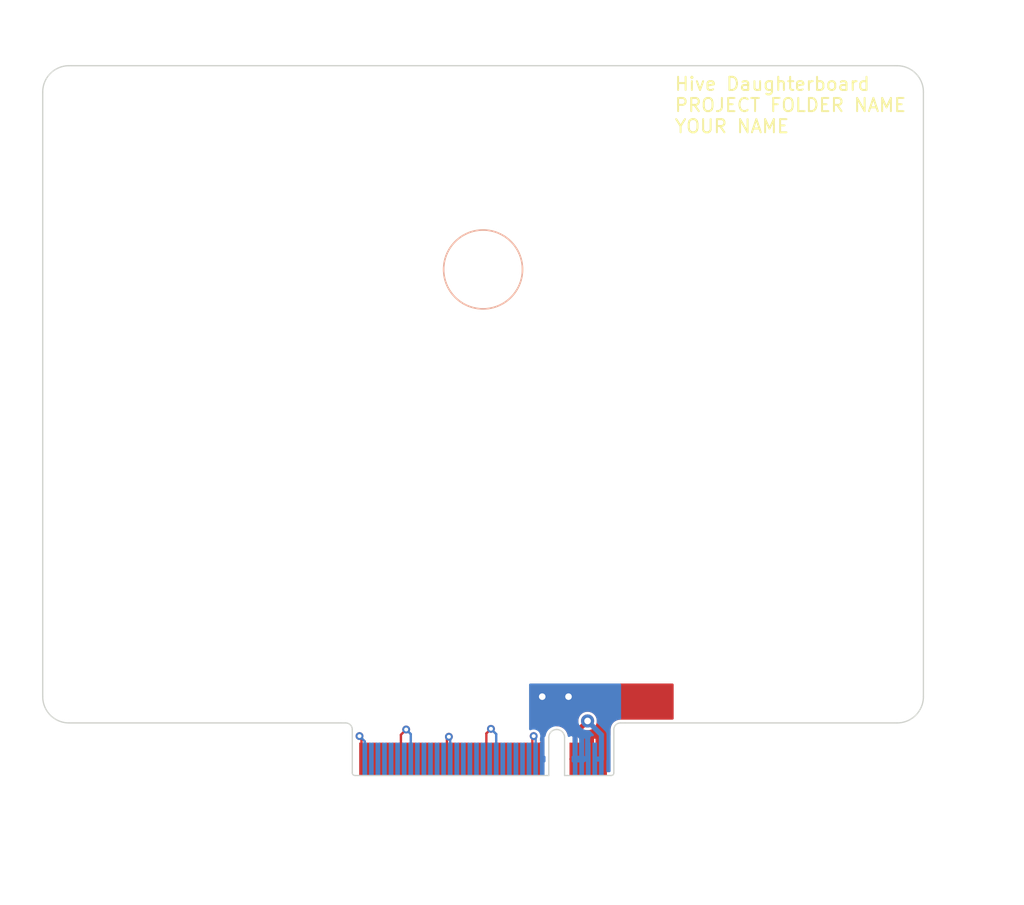
<source format=kicad_pcb>
(kicad_pcb (version 20171130) (host pcbnew "(5.1.5)-3")

  (general
    (thickness 0.8)
    (drawings 38)
    (tracks 65)
    (zones 0)
    (modules 2)
    (nets 48)
  )

  (page A4)
  (layers
    (0 F.Cu signal)
    (1 GND.Cu signal)
    (2 PWR_SIG.Cu signal)
    (31 B.Cu signal)
    (32 B.Adhes user)
    (33 F.Adhes user)
    (34 B.Paste user)
    (35 F.Paste user)
    (36 B.SilkS user)
    (37 F.SilkS user)
    (38 B.Mask user)
    (39 F.Mask user)
    (40 Dwgs.User user)
    (41 Cmts.User user)
    (42 Eco1.User user)
    (43 Eco2.User user)
    (44 Edge.Cuts user)
    (45 Margin user)
    (46 B.CrtYd user)
    (47 F.CrtYd user)
    (48 B.Fab user)
    (49 F.Fab user)
  )

  (setup
    (last_trace_width 0.25)
    (user_trace_width 0.18)
    (user_trace_width 0.386)
    (trace_clearance 0.2)
    (zone_clearance 0.2)
    (zone_45_only no)
    (trace_min 0.152)
    (via_size 0.8)
    (via_drill 0.3)
    (via_min_size 0.4)
    (via_min_drill 0.3)
    (user_via 0.6 0.3)
    (user_via 1 0.5)
    (uvia_size 0.4)
    (uvia_drill 0.3)
    (uvias_allowed no)
    (uvia_min_size 0.4)
    (uvia_min_drill 0.1)
    (edge_width 0.05)
    (segment_width 0.2)
    (pcb_text_width 0.3)
    (pcb_text_size 1.5 1.5)
    (mod_edge_width 0.12)
    (mod_text_size 1 1)
    (mod_text_width 0.15)
    (pad_size 1.524 1.524)
    (pad_drill 0.762)
    (pad_to_mask_clearance 0.051)
    (solder_mask_min_width 0.25)
    (aux_axis_origin 0 0)
    (grid_origin 115 127)
    (visible_elements 7FFFFFFF)
    (pcbplotparams
      (layerselection 0x010fc_ffffffff)
      (usegerberextensions false)
      (usegerberattributes false)
      (usegerberadvancedattributes false)
      (creategerberjobfile false)
      (excludeedgelayer true)
      (linewidth 0.100000)
      (plotframeref false)
      (viasonmask false)
      (mode 1)
      (useauxorigin false)
      (hpglpennumber 1)
      (hpglpenspeed 20)
      (hpglpendiameter 15.000000)
      (psnegative false)
      (psa4output false)
      (plotreference true)
      (plotvalue true)
      (plotinvisibletext false)
      (padsonsilk false)
      (subtractmaskfromsilk false)
      (outputformat 1)
      (mirror false)
      (drillshape 1)
      (scaleselection 1)
      (outputdirectory ""))
  )

  (net 0 "")
  (net 1 GND)
  (net 2 "/Target 2/UART_RxD2")
  (net 3 "/Target 2/UART_TxD2")
  (net 4 "/Target 2/GPIO2.3")
  (net 5 "/Target 2/GPIO2.2")
  (net 6 "/Target 2/GPIO2.1")
  (net 7 "/Target 2/GPIO2.0")
  (net 8 "/Target 2/TMS|SWDIO_2")
  (net 9 "/Target 2/TCK|SWDCLK_2")
  (net 10 "/Target 2/TDO|SWO_2")
  (net 11 "/Target 2/TDI|NC_2")
  (net 12 "/Target 2/RST_2")
  (net 13 "/Target 3/RST_3")
  (net 14 "/Target 3/TDI|NC_3")
  (net 15 "/Target 3/TDO|SWO_3")
  (net 16 "/Target 3/TCK|SWDCLK_3")
  (net 17 "/Target 3/TMS|SWDIO_3")
  (net 18 "/Target 3/GPIO3.0")
  (net 19 "/Target 3/GPIO3.1")
  (net 20 "/Target 3/GPIO3.2")
  (net 21 "/Target 3/GPIO3.3")
  (net 22 "/Target 3/UART_TxD3")
  (net 23 "/Target 3/UART_RxD3")
  (net 24 "/Target 1/GPIO1.2")
  (net 25 "/Target 1/GPIO1.1")
  (net 26 "/Target 1/TMS|SWDIO_1")
  (net 27 "/Target 1/TCK|SWDCLK_1")
  (net 28 "/Target 1/TDO|SWO_1")
  (net 29 "/Target 1/TDI|NC_1")
  (net 30 "/Target 1/RST_1")
  (net 31 "/Target 1/GPIO1.0")
  (net 32 "/Target 0/TCK|SWDCLK_0")
  (net 33 "/Target 0/TMS|SWDIO_0")
  (net 34 "/Target 0/GPIO0.1")
  (net 35 "/Target 0/GPIO0.2")
  (net 36 "/Target 0/GPIO0.3")
  (net 37 "/Target 0/UART_TxD0")
  (net 38 "/Target 0/UART_RxD0")
  (net 39 "/Target 0/GPIO0.0")
  (net 40 "/Target 0/TDO|SWO_0")
  (net 41 "/Target 0/TDI|NC_0")
  (net 42 "/Target 0/RST_0")
  (net 43 +3V3)
  (net 44 +5V)
  (net 45 "/Target 1/GPIO1.3")
  (net 46 "/Target 1/UART_TxD1")
  (net 47 "/Target 1/UART_RxD1")

  (net_class Default "This is the default net class."
    (clearance 0.2)
    (trace_width 0.25)
    (via_dia 0.8)
    (via_drill 0.3)
    (uvia_dia 0.4)
    (uvia_drill 0.3)
  )

  (net_class Power ""
    (clearance 0.3)
    (trace_width 0.386)
    (via_dia 1)
    (via_drill 0.5)
    (uvia_dia 0.4)
    (uvia_drill 0.3)
    (diff_pair_width 0.386)
    (diff_pair_gap 0.25)
  )

  (net_class Signal ""
    (clearance 0.18)
    (trace_width 0.18)
    (via_dia 0.6)
    (via_drill 0.3)
    (uvia_dia 0.4)
    (uvia_drill 0.3)
    (diff_pair_width 0.18)
    (diff_pair_gap 0.54)
    (add_net +3V3)
    (add_net +5V)
    (add_net "/Target 0/GPIO0.0")
    (add_net "/Target 0/GPIO0.1")
    (add_net "/Target 0/GPIO0.2")
    (add_net "/Target 0/GPIO0.3")
    (add_net "/Target 0/RST_0")
    (add_net "/Target 0/TCK|SWDCLK_0")
    (add_net "/Target 0/TDI|NC_0")
    (add_net "/Target 0/TDO|SWO_0")
    (add_net "/Target 0/TMS|SWDIO_0")
    (add_net "/Target 0/UART_RxD0")
    (add_net "/Target 0/UART_TxD0")
    (add_net "/Target 1/GPIO1.0")
    (add_net "/Target 1/GPIO1.1")
    (add_net "/Target 1/GPIO1.2")
    (add_net "/Target 1/GPIO1.3")
    (add_net "/Target 1/RST_1")
    (add_net "/Target 1/TCK|SWDCLK_1")
    (add_net "/Target 1/TDI|NC_1")
    (add_net "/Target 1/TDO|SWO_1")
    (add_net "/Target 1/TMS|SWDIO_1")
    (add_net "/Target 1/UART_RxD1")
    (add_net "/Target 1/UART_TxD1")
    (add_net "/Target 2/GPIO2.0")
    (add_net "/Target 2/GPIO2.1")
    (add_net "/Target 2/GPIO2.2")
    (add_net "/Target 2/GPIO2.3")
    (add_net "/Target 2/RST_2")
    (add_net "/Target 2/TCK|SWDCLK_2")
    (add_net "/Target 2/TDI|NC_2")
    (add_net "/Target 2/TDO|SWO_2")
    (add_net "/Target 2/TMS|SWDIO_2")
    (add_net "/Target 2/UART_RxD2")
    (add_net "/Target 2/UART_TxD2")
    (add_net "/Target 3/GPIO3.0")
    (add_net "/Target 3/GPIO3.1")
    (add_net "/Target 3/GPIO3.2")
    (add_net "/Target 3/GPIO3.3")
    (add_net "/Target 3/RST_3")
    (add_net "/Target 3/TCK|SWDCLK_3")
    (add_net "/Target 3/TDI|NC_3")
    (add_net "/Target 3/TDO|SWO_3")
    (add_net "/Target 3/TMS|SWDIO_3")
    (add_net "/Target 3/UART_RxD3")
    (add_net "/Target 3/UART_TxD3")
    (add_net GND)
  )

  (module MountingHole:MountingHole_2.7mm_M2.5 (layer F.Cu) (tedit 56D1B4CB) (tstamp 6182D869)
    (at 148.5 92.5)
    (descr "Mounting Hole 2.7mm, no annular, M2.5")
    (tags "mounting hole 2.7mm no annular m2.5")
    (path /61832037)
    (attr virtual)
    (fp_text reference H1 (at 0 -3.7) (layer F.SilkS) hide
      (effects (font (size 1 1) (thickness 0.15)))
    )
    (fp_text value MountingHoleDaughterboard (at 0 3.7) (layer F.Fab) hide
      (effects (font (size 1 1) (thickness 0.15)))
    )
    (fp_circle (center 0 0) (end 2.95 0) (layer F.CrtYd) (width 0.05))
    (fp_circle (center 0 0) (end 2.7 0) (layer Cmts.User) (width 0.15))
    (fp_text user %R (at 0.3 0) (layer F.Fab)
      (effects (font (size 1 1) (thickness 0.15)))
    )
    (pad 1 np_thru_hole circle (at 0 0) (size 2.7 2.7) (drill 2.7) (layers *.Cu *.Mask))
  )

  (module hive:m2_keyB (layer F.Cu) (tedit 617EA6AA) (tstamp 617F13D5)
    (at 148.5 131)
    (path /6181B4AF)
    (fp_text reference J1 (at 0 0) (layer F.SilkS) hide
      (effects (font (size 1.27 1.27) (thickness 0.15)))
    )
    (fp_text value m2_keyA_67pin_daughterboard (at 0 0) (layer F.SilkS) hide
      (effects (font (size 1.27 1.27) (thickness 0.15)))
    )
    (fp_line (start 9.95 -0.2) (end 9.95 -3.5) (layer B.Fab) (width 0.1))
    (fp_line (start 10.45 -4) (end 10.8 -4) (layer B.Fab) (width 0.1))
    (fp_line (start 6.2 0) (end 9.75 0) (layer B.Fab) (width 0.1))
    (fp_line (start -9.75 0) (end 5 0) (layer B.Fab) (width 0.1))
    (fp_arc (start 9.75 -0.2) (end 9.75 0) (angle -90) (layer B.Fab) (width 0.1))
    (fp_arc (start -10.45 -3.5) (end -10.45 -4) (angle 90) (layer B.Fab) (width 0.1))
    (fp_arc (start 5.6 -2.9) (end 5.6 -3.5) (angle -90) (layer B.Fab) (width 0.1))
    (fp_arc (start 5.6 -2.9) (end 5.6 -3.5) (angle 90) (layer B.Fab) (width 0.1))
    (fp_line (start 6.2 -2.9) (end 6.2 0) (layer B.Fab) (width 0.1))
    (fp_line (start -9.95 -3.5) (end -9.95 -0.2) (layer B.Fab) (width 0.1))
    (fp_arc (start -9.75 -0.2) (end -9.95 -0.2) (angle -90) (layer B.Fab) (width 0.1))
    (fp_arc (start 10.45 -3.5) (end 9.95 -3.5) (angle 90) (layer B.Fab) (width 0.1))
    (fp_line (start 5 -2.9) (end 5 0) (layer B.Fab) (width 0.1))
    (fp_line (start -10.8 -4) (end -10.45 -4) (layer B.Fab) (width 0.1))
    (fp_line (start -9.95 -3.5) (end -9.95 -0.2) (layer F.Fab) (width 0.1))
    (fp_arc (start -9.75 -0.2) (end -9.95 -0.2) (angle -90) (layer F.Fab) (width 0.1))
    (fp_line (start -9.75 0) (end 5 0) (layer F.Fab) (width 0.1))
    (fp_line (start 5 -2.9) (end 5 0) (layer F.Fab) (width 0.1))
    (fp_line (start 6.2 0) (end 9.75 0) (layer F.Fab) (width 0.1))
    (fp_arc (start 5.6 -2.9) (end 5.6 -3.5) (angle -90) (layer F.Fab) (width 0.1))
    (fp_arc (start -10.45 -3.5) (end -10.45 -4) (angle 90) (layer F.Fab) (width 0.1))
    (fp_arc (start 10.45 -3.5) (end 9.95 -3.5) (angle 90) (layer F.Fab) (width 0.1))
    (fp_line (start -10.8 -4) (end -10.45 -4) (layer F.Fab) (width 0.1))
    (fp_arc (start 9.75 -0.2) (end 9.75 0) (angle -90) (layer F.Fab) (width 0.1))
    (fp_line (start 6.2 -2.9) (end 6.2 0) (layer F.Fab) (width 0.1))
    (fp_line (start 10.45 -4) (end 10.8 -4) (layer F.Fab) (width 0.1))
    (fp_line (start 9.95 -0.2) (end 9.95 -3.5) (layer F.Fab) (width 0.1))
    (fp_arc (start 5.6 -2.9) (end 5.6 -3.5) (angle 90) (layer F.Fab) (width 0.1))
    (fp_line (start 6.2 -2.9) (end 6.2 0) (layer Edge.Cuts) (width 0.1))
    (fp_arc (start 5.6 -2.9) (end 5.6 -3.5) (angle 90) (layer Edge.Cuts) (width 0.1))
    (fp_line (start 5 -2.9) (end 5 0) (layer Edge.Cuts) (width 0.1))
    (fp_arc (start 5.6 -2.9) (end 5.6 -3.5) (angle -90) (layer Edge.Cuts) (width 0.1))
    (fp_arc (start 10.45 -3.5) (end 9.95 -3.5) (angle 90) (layer Edge.Cuts) (width 0.1))
    (fp_arc (start -10.45 -3.5) (end -10.45 -4) (angle 90) (layer Edge.Cuts) (width 0.1))
    (fp_line (start -10.8 -4) (end -10.45 -4) (layer Edge.Cuts) (width 0.1))
    (fp_line (start 10.45 -4) (end 10.8 -4) (layer Edge.Cuts) (width 0.1))
    (fp_line (start 9.95 -0.2) (end 9.95 -3.5) (layer Edge.Cuts) (width 0.1))
    (fp_arc (start 9.75 -0.2) (end 9.75 0) (angle -90) (layer Edge.Cuts) (width 0.1))
    (fp_line (start 6.2 0) (end 9.75 0) (layer Edge.Cuts) (width 0.1))
    (fp_line (start -9.75 0) (end 5 0) (layer Edge.Cuts) (width 0.1))
    (fp_arc (start -9.75 -0.2) (end -9.95 -0.2) (angle -90) (layer Edge.Cuts) (width 0.1))
    (fp_line (start -9.95 -3.5) (end -9.95 -0.2) (layer Edge.Cuts) (width 0.1))
    (pad 75 smd rect (at -9.25 -1.25) (size 0.35 2.5) (layers F.Cu F.Paste F.Mask)
      (net 1 GND) (solder_mask_margin 0.1016))
    (pad 74 smd rect (at -9 -1.25) (size 0.35 2.5) (layers B.Cu B.Paste B.Mask)
      (net 1 GND) (solder_mask_margin 0.1016))
    (pad 73 smd rect (at -8.75 -1.25) (size 0.35 2.5) (layers F.Cu F.Paste F.Mask)
      (net 42 "/Target 0/RST_0") (solder_mask_margin 0.1016))
    (pad 72 smd rect (at -8.5 -1.25) (size 0.35 2.5) (layers B.Cu B.Paste B.Mask)
      (net 47 "/Target 1/UART_RxD1") (solder_mask_margin 0.1016))
    (pad 71 smd rect (at -8.25 -1.25) (size 0.35 2.5) (layers F.Cu F.Paste F.Mask)
      (net 41 "/Target 0/TDI|NC_0") (solder_mask_margin 0.1016))
    (pad 70 smd rect (at -8 -1.25) (size 0.35 2.5) (layers B.Cu B.Paste B.Mask)
      (net 46 "/Target 1/UART_TxD1") (solder_mask_margin 0.1016))
    (pad 69 smd rect (at -7.75 -1.25) (size 0.35 2.5) (layers F.Cu F.Paste F.Mask)
      (net 40 "/Target 0/TDO|SWO_0") (solder_mask_margin 0.1016))
    (pad 68 smd rect (at -7.5 -1.25) (size 0.35 2.5) (layers B.Cu B.Paste B.Mask)
      (net 45 "/Target 1/GPIO1.3") (solder_mask_margin 0.1016))
    (pad 67 smd rect (at -7.25 -1.25) (size 0.35 2.5) (layers F.Cu F.Paste F.Mask)
      (net 32 "/Target 0/TCK|SWDCLK_0") (solder_mask_margin 0.1016))
    (pad 66 smd rect (at -7 -1.25) (size 0.35 2.5) (layers B.Cu B.Paste B.Mask)
      (net 24 "/Target 1/GPIO1.2") (solder_mask_margin 0.1016))
    (pad 65 smd rect (at -6.75 -1.25) (size 0.35 2.5) (layers F.Cu F.Paste F.Mask)
      (net 33 "/Target 0/TMS|SWDIO_0") (solder_mask_margin 0.1016))
    (pad 64 smd rect (at -6.5 -1.25) (size 0.35 2.5) (layers B.Cu B.Paste B.Mask)
      (net 25 "/Target 1/GPIO1.1") (solder_mask_margin 0.1016))
    (pad 63 smd rect (at -6.25 -1.25) (size 0.35 2.5) (layers F.Cu F.Paste F.Mask)
      (net 1 GND) (solder_mask_margin 0.1016))
    (pad 62 smd rect (at -6 -1.25) (size 0.35 2.5) (layers B.Cu B.Paste B.Mask)
      (net 31 "/Target 1/GPIO1.0") (solder_mask_margin 0.1016))
    (pad 61 smd rect (at -5.75 -1.25) (size 0.35 2.5) (layers F.Cu F.Paste F.Mask)
      (net 39 "/Target 0/GPIO0.0") (solder_mask_margin 0.1016))
    (pad 60 smd rect (at -5.5 -1.25) (size 0.35 2.5) (layers B.Cu B.Paste B.Mask)
      (net 1 GND) (solder_mask_margin 0.1016))
    (pad 59 smd rect (at -5.25 -1.25) (size 0.35 2.5) (layers F.Cu F.Paste F.Mask)
      (net 34 "/Target 0/GPIO0.1") (solder_mask_margin 0.1016))
    (pad 58 smd rect (at -5 -1.25) (size 0.35 2.5) (layers B.Cu B.Paste B.Mask)
      (net 26 "/Target 1/TMS|SWDIO_1") (solder_mask_margin 0.1016))
    (pad 57 smd rect (at -4.75 -1.25) (size 0.35 2.5) (layers F.Cu F.Paste F.Mask)
      (net 35 "/Target 0/GPIO0.2") (solder_mask_margin 0.1016))
    (pad 56 smd rect (at -4.5 -1.25) (size 0.35 2.5) (layers B.Cu B.Paste B.Mask)
      (net 27 "/Target 1/TCK|SWDCLK_1") (solder_mask_margin 0.1016))
    (pad 55 smd rect (at -4.25 -1.25) (size 0.35 2.5) (layers F.Cu F.Paste F.Mask)
      (net 36 "/Target 0/GPIO0.3") (solder_mask_margin 0.1016))
    (pad 54 smd rect (at -4 -1.25) (size 0.35 2.5) (layers B.Cu B.Paste B.Mask)
      (net 28 "/Target 1/TDO|SWO_1") (solder_mask_margin 0.1016))
    (pad 53 smd rect (at -3.75 -1.25) (size 0.35 2.5) (layers F.Cu F.Paste F.Mask)
      (net 37 "/Target 0/UART_TxD0") (solder_mask_margin 0.1016))
    (pad 52 smd rect (at -3.5 -1.25) (size 0.35 2.5) (layers B.Cu B.Paste B.Mask)
      (net 29 "/Target 1/TDI|NC_1") (solder_mask_margin 0.1016))
    (pad 51 smd rect (at -3.25 -1.25) (size 0.35 2.5) (layers F.Cu F.Paste F.Mask)
      (net 38 "/Target 0/UART_RxD0") (solder_mask_margin 0.1016))
    (pad 50 smd rect (at -3 -1.25) (size 0.35 2.5) (layers B.Cu B.Paste B.Mask)
      (net 30 "/Target 1/RST_1") (solder_mask_margin 0.1016))
    (pad 49 smd rect (at -2.75 -1.25) (size 0.35 2.5) (layers F.Cu F.Paste F.Mask)
      (net 1 GND) (solder_mask_margin 0.1016))
    (pad 48 smd rect (at -2.5 -1.25) (size 0.35 2.5) (layers B.Cu B.Paste B.Mask)
      (net 1 GND) (solder_mask_margin 0.1016))
    (pad 47 smd rect (at -2.25 -1.25) (size 0.35 2.5) (layers F.Cu F.Paste F.Mask)
      (net 12 "/Target 2/RST_2") (solder_mask_margin 0.1016))
    (pad 46 smd rect (at -2 -1.25) (size 0.35 2.5) (layers B.Cu B.Paste B.Mask)
      (net 23 "/Target 3/UART_RxD3") (solder_mask_margin 0.1016))
    (pad 45 smd rect (at -1.75 -1.25) (size 0.35 2.5) (layers F.Cu F.Paste F.Mask)
      (net 11 "/Target 2/TDI|NC_2") (solder_mask_margin 0.1016))
    (pad 44 smd rect (at -1.5 -1.25) (size 0.35 2.5) (layers B.Cu B.Paste B.Mask)
      (net 22 "/Target 3/UART_TxD3") (solder_mask_margin 0.1016))
    (pad 43 smd rect (at -1.25 -1.25) (size 0.35 2.5) (layers F.Cu F.Paste F.Mask)
      (net 10 "/Target 2/TDO|SWO_2") (solder_mask_margin 0.1016))
    (pad 42 smd rect (at -1 -1.25) (size 0.35 2.5) (layers B.Cu B.Paste B.Mask)
      (net 21 "/Target 3/GPIO3.3") (solder_mask_margin 0.1016))
    (pad 41 smd rect (at -0.75 -1.25) (size 0.35 2.5) (layers F.Cu F.Paste F.Mask)
      (net 9 "/Target 2/TCK|SWDCLK_2") (solder_mask_margin 0.1016))
    (pad 40 smd rect (at -0.5 -1.25) (size 0.35 2.5) (layers B.Cu B.Paste B.Mask)
      (net 20 "/Target 3/GPIO3.2") (solder_mask_margin 0.1016))
    (pad 39 smd rect (at -0.25 -1.25) (size 0.35 2.5) (layers F.Cu F.Paste F.Mask)
      (net 8 "/Target 2/TMS|SWDIO_2") (solder_mask_margin 0.1016))
    (pad 38 smd rect (at 0 -1.25) (size 0.35 2.5) (layers B.Cu B.Paste B.Mask)
      (net 19 "/Target 3/GPIO3.1") (solder_mask_margin 0.1016))
    (pad 37 smd rect (at 0.25 -1.25) (size 0.35 2.5) (layers F.Cu F.Paste F.Mask)
      (net 1 GND) (solder_mask_margin 0.1016))
    (pad 36 smd rect (at 0.5 -1.25) (size 0.35 2.5) (layers B.Cu B.Paste B.Mask)
      (net 18 "/Target 3/GPIO3.0") (solder_mask_margin 0.1016))
    (pad 35 smd rect (at 0.75 -1.25) (size 0.35 2.5) (layers F.Cu F.Paste F.Mask)
      (net 7 "/Target 2/GPIO2.0") (solder_mask_margin 0.1016))
    (pad 34 smd rect (at 1 -1.25) (size 0.35 2.5) (layers B.Cu B.Paste B.Mask)
      (net 1 GND) (solder_mask_margin 0.1016))
    (pad 33 smd rect (at 1.25 -1.25) (size 0.35 2.5) (layers F.Cu F.Paste F.Mask)
      (net 6 "/Target 2/GPIO2.1") (solder_mask_margin 0.1016))
    (pad 32 smd rect (at 1.5 -1.25) (size 0.35 2.5) (layers B.Cu B.Paste B.Mask)
      (net 17 "/Target 3/TMS|SWDIO_3") (solder_mask_margin 0.1016))
    (pad 31 smd rect (at 1.75 -1.25) (size 0.35 2.5) (layers F.Cu F.Paste F.Mask)
      (net 5 "/Target 2/GPIO2.2") (solder_mask_margin 0.1016))
    (pad 30 smd rect (at 2 -1.25) (size 0.35 2.5) (layers B.Cu B.Paste B.Mask)
      (net 16 "/Target 3/TCK|SWDCLK_3") (solder_mask_margin 0.1016))
    (pad 29 smd rect (at 2.25 -1.25) (size 0.35 2.5) (layers F.Cu F.Paste F.Mask)
      (net 4 "/Target 2/GPIO2.3") (solder_mask_margin 0.1016))
    (pad 28 smd rect (at 2.5 -1.25) (size 0.35 2.5) (layers B.Cu B.Paste B.Mask)
      (net 15 "/Target 3/TDO|SWO_3") (solder_mask_margin 0.1016))
    (pad 27 smd rect (at 2.75 -1.25) (size 0.35 2.5) (layers F.Cu F.Paste F.Mask)
      (net 3 "/Target 2/UART_TxD2") (solder_mask_margin 0.1016))
    (pad 26 smd rect (at 3 -1.25) (size 0.35 2.5) (layers B.Cu B.Paste B.Mask)
      (net 14 "/Target 3/TDI|NC_3") (solder_mask_margin 0.1016))
    (pad 25 smd rect (at 3.25 -1.25) (size 0.35 2.5) (layers F.Cu F.Paste F.Mask)
      (net 2 "/Target 2/UART_RxD2") (solder_mask_margin 0.1016))
    (pad 24 smd rect (at 3.5 -1.25) (size 0.35 2.5) (layers B.Cu B.Paste B.Mask)
      (net 13 "/Target 3/RST_3") (solder_mask_margin 0.1016))
    (pad 23 smd rect (at 3.75 -1.25) (size 0.35 2.5) (layers F.Cu F.Paste F.Mask)
      (net 1 GND) (solder_mask_margin 0.1016))
    (pad 22 smd rect (at 4 -1.25) (size 0.35 2.5) (layers B.Cu B.Paste B.Mask)
      (net 1 GND) (solder_mask_margin 0.1016))
    (pad 21 smd rect (at 4.25 -1.25) (size 0.35 2.5) (layers F.Cu F.Paste F.Mask)
      (net 43 +3V3) (solder_mask_margin 0.1016))
    (pad 20 smd rect (at 4.5 -1.25) (size 0.35 2.5) (layers B.Cu B.Paste B.Mask)
      (net 43 +3V3) (solder_mask_margin 0.1016))
    (pad 11 smd rect (at 6.75 -1.25) (size 0.35 2.5) (layers F.Cu F.Paste F.Mask)
      (net 1 GND) (solder_mask_margin 0.1016))
    (pad 10 smd rect (at 7 -1.25) (size 0.35 2.5) (layers B.Cu B.Paste B.Mask)
      (net 43 +3V3) (solder_mask_margin 0.1016))
    (pad 9 smd rect (at 7.25 -1.25) (size 0.35 2.5) (layers F.Cu F.Paste F.Mask)
      (net 1 GND) (solder_mask_margin 0.1016))
    (pad 8 smd rect (at 7.5 -1.25) (size 0.35 2.5) (layers B.Cu B.Paste B.Mask)
      (net 43 +3V3) (solder_mask_margin 0.1016))
    (pad 7 smd rect (at 7.75 -1.25) (size 0.35 2.5) (layers F.Cu F.Paste F.Mask)
      (net 44 +5V) (solder_mask_margin 0.1016))
    (pad 6 smd rect (at 8 -1.25) (size 0.35 2.5) (layers B.Cu B.Paste B.Mask)
      (net 43 +3V3) (solder_mask_margin 0.1016))
    (pad 5 smd rect (at 8.25 -1.25) (size 0.35 2.5) (layers F.Cu F.Paste F.Mask)
      (net 44 +5V) (solder_mask_margin 0.1016))
    (pad 4 smd rect (at 8.5 -1.25) (size 0.35 2.5) (layers B.Cu B.Paste B.Mask)
      (net 1 GND) (solder_mask_margin 0.1016))
    (pad 3 smd rect (at 8.75 -1.25) (size 0.35 2.5) (layers F.Cu F.Paste F.Mask)
      (net 44 +5V) (solder_mask_margin 0.1016))
    (pad 2 smd rect (at 9 -1.25) (size 0.35 2.5) (layers B.Cu B.Paste B.Mask)
      (net 1 GND) (solder_mask_margin 0.1016))
    (pad 1 smd rect (at 9.25 -1.25) (size 0.35 2.5) (layers F.Cu F.Paste F.Mask)
      (net 44 +5V) (solder_mask_margin 0.1016))
  )

  (gr_text "Do not place any components inside the filled zone!\nZone will be obscured by magnet" (at 149 86) (layer Cmts.User) (tstamp 617F1A3F)
    (effects (font (size 1 1) (thickness 0.15)))
  )
  (gr_poly (pts (xy 153 97) (xy 144 97) (xy 144 88) (xy 153 88)) (layer Cmts.User) (width 0.1))
  (gr_circle (center 148.5 92.5) (end 151.5 92.5) (layer B.SilkS) (width 0.12) (tstamp 617F1A35))
  (gr_circle (center 148.5 92.5) (end 148.5 89.5) (layer F.SilkS) (width 0.12))
  (gr_line (start 112 97) (end 112 128) (layer Cmts.User) (width 0.5) (tstamp 617F1A29))
  (gr_line (start 185 97) (end 185 128) (layer Cmts.User) (width 0.5) (tstamp 617F1A25))
  (dimension 50 (width 0.15) (layer F.Fab)
    (gr_text "50.000 mm" (at 188.3 102 90) (layer F.Fab)
      (effects (font (size 1 1) (thickness 0.15)))
    )
    (feature1 (pts (xy 180 77) (xy 187.586421 77)))
    (feature2 (pts (xy 180 127) (xy 187.586421 127)))
    (crossbar (pts (xy 187 127) (xy 187 77)))
    (arrow1a (pts (xy 187 77) (xy 187.586421 78.126504)))
    (arrow1b (pts (xy 187 77) (xy 186.413579 78.126504)))
    (arrow2a (pts (xy 187 127) (xy 187.586421 125.873496)))
    (arrow2b (pts (xy 187 127) (xy 186.413579 125.873496)))
  )
  (gr_text "PCB Thickness 0.8mm" (at 149 140) (layer Cmts.User)
    (effects (font (size 1 1) (thickness 0.15)))
  )
  (gr_poly (pts (xy 159 132) (xy 138 132) (xy 138 127) (xy 159 127)) (layer Cmts.User) (width 0.1))
  (gr_line (start 117 127) (end 137.7 127) (layer Edge.Cuts) (width 0.1) (tstamp 617F159F))
  (gr_line (start 159.3 127) (end 180 127) (layer Edge.Cuts) (width 0.1) (tstamp 617F159D))
  (dimension 67 (width 0.15) (layer F.Fab)
    (gr_text "67.000 mm" (at 148.5 72.700001) (layer F.Fab)
      (effects (font (size 1 1) (thickness 0.15)))
    )
    (feature1 (pts (xy 115 79) (xy 115 73.41358)))
    (feature2 (pts (xy 182 79) (xy 182 73.41358)))
    (crossbar (pts (xy 182 74.000001) (xy 115 74.000001)))
    (arrow1a (pts (xy 115 74.000001) (xy 116.126504 73.41358)))
    (arrow1b (pts (xy 115 74.000001) (xy 116.126504 74.586422)))
    (arrow2a (pts (xy 182 74.000001) (xy 180.873496 73.41358)))
    (arrow2b (pts (xy 182 74.000001) (xy 180.873496 74.586422)))
  )
  (gr_line (start 182 125) (end 182 79) (layer B.Fab) (width 0.1) (tstamp 616720B6))
  (gr_arc (start 117 125) (end 115 125) (angle -90) (layer B.Fab) (width 0.1) (tstamp 616720B5))
  (gr_arc (start 180 125) (end 180 127) (angle -90) (layer B.Fab) (width 0.1) (tstamp 616720B4))
  (gr_arc (start 117 79) (end 117 77) (angle -90) (layer B.Fab) (width 0.1) (tstamp 616720B1))
  (gr_line (start 117 77) (end 180 77) (layer B.Fab) (width 0.1) (tstamp 616720B0))
  (gr_arc (start 180 79) (end 182 79) (angle -90) (layer B.Fab) (width 0.1) (tstamp 616720AE))
  (gr_line (start 115 125) (end 115 79) (layer B.Fab) (width 0.1) (tstamp 616720AD))
  (gr_line (start 182 125) (end 182 79) (layer F.Fab) (width 0.1) (tstamp 616720B6))
  (gr_arc (start 117 125) (end 115 125) (angle -90) (layer F.Fab) (width 0.1) (tstamp 616720B5))
  (gr_arc (start 180 125) (end 180 127) (angle -90) (layer F.Fab) (width 0.1) (tstamp 616720B4))
  (gr_arc (start 117 79) (end 117 77) (angle -90) (layer F.Fab) (width 0.1) (tstamp 616720B1))
  (gr_line (start 117 77) (end 180 77) (layer F.Fab) (width 0.1) (tstamp 616720B0))
  (gr_arc (start 180 79) (end 182 79) (angle -90) (layer F.Fab) (width 0.1) (tstamp 616720AE))
  (gr_line (start 115 125) (end 115 79) (layer F.Fab) (width 0.1) (tstamp 616720AD))
  (gr_text "Hive Daughterboard\nPROJECT FOLDER NAME\nYOUR NAME" (at 163 80) (layer F.SilkS) (tstamp 6166DFD4)
    (effects (font (size 1 1) (thickness 0.15)) (justify left))
  )
  (gr_text "Outlined zone has a height clearance of max. 1.28mm on B.Cu Layer\nand max. 8mm on F.Cu layer" (at 149 115) (layer Cmts.User) (tstamp 6167207D)
    (effects (font (size 1 1) (thickness 0.15)))
  )
  (gr_line (start 112 97) (end 185 97) (layer Cmts.User) (width 0.5))
  (gr_line (start 185 128) (end 112 128) (layer Cmts.User) (width 0.5))
  (gr_text "Do not place any components inside the filled zone!\nZone will be obscured by PCI connection" (at 150 135) (layer Cmts.User)
    (effects (font (size 1 1) (thickness 0.15)))
  )
  (gr_line (start 117 77) (end 180 77) (layer Edge.Cuts) (width 0.1) (tstamp 61671C1C))
  (gr_arc (start 180 79) (end 182 79) (angle -90) (layer Edge.Cuts) (width 0.1) (tstamp 61671C13))
  (gr_line (start 182 125) (end 182 79) (layer Edge.Cuts) (width 0.1) (tstamp 61671C12))
  (gr_arc (start 117 79) (end 117 77) (angle -90) (layer Edge.Cuts) (width 0.1) (tstamp 61671C0C))
  (gr_line (start 115 125) (end 115 79) (layer Edge.Cuts) (width 0.1))
  (gr_arc (start 180 125) (end 180 127) (angle -90) (layer Edge.Cuts) (width 0.1) (tstamp 61671BEC))
  (gr_arc (start 117 125) (end 115 125) (angle -90) (layer Edge.Cuts) (width 0.1))

  (segment (start 157.25 129.75) (end 157.048001 129.75) (width 0.386) (layer B.Cu) (net 1))
  (segment (start 157.5 129.75) (end 157.25 129.75) (width 0.386) (layer B.Cu) (net 1))
  (via (at 139.1 128) (size 0.6) (drill 0.3) (layers F.Cu B.Cu) (net 1))
  (segment (start 139.25 129.75) (end 139.25 128.15) (width 0.18) (layer F.Cu) (net 1))
  (segment (start 139.25 128.15) (end 139.1 128) (width 0.18) (layer F.Cu) (net 1))
  (segment (start 139.5 128.4) (end 139.1 128) (width 0.18) (layer B.Cu) (net 1))
  (segment (start 139.5 129.75) (end 139.5 128.4) (width 0.18) (layer B.Cu) (net 1))
  (segment (start 143 127.849996) (end 142.949999 127.799995) (width 0.18) (layer B.Cu) (net 1))
  (segment (start 142.949999 127.799995) (end 142.65 127.499996) (width 0.18) (layer B.Cu) (net 1))
  (via (at 142.65 127.499996) (size 0.6) (drill 0.3) (layers F.Cu B.Cu) (net 1))
  (segment (start 143 129.75) (end 143 127.849996) (width 0.18) (layer B.Cu) (net 1))
  (segment (start 142.25 127.899996) (end 142.65 127.499996) (width 0.18) (layer F.Cu) (net 1))
  (segment (start 142.25 129.75) (end 142.25 127.899996) (width 0.18) (layer F.Cu) (net 1))
  (via (at 145.9 128.05) (size 0.6) (drill 0.3) (layers F.Cu B.Cu) (net 1))
  (segment (start 146 129.75) (end 146 128.15) (width 0.18) (layer B.Cu) (net 1))
  (segment (start 145.75 129.75) (end 145.75 128.2) (width 0.18) (layer F.Cu) (net 1))
  (segment (start 146 128.15) (end 145.9 128.05) (width 0.18) (layer B.Cu) (net 1))
  (segment (start 145.75 128.2) (end 145.9 128.05) (width 0.18) (layer F.Cu) (net 1))
  (via (at 149.1 127.449998) (size 0.6) (drill 0.3) (layers F.Cu B.Cu) (net 1))
  (segment (start 149.5 127.849998) (end 149.1 127.449998) (width 0.18) (layer B.Cu) (net 1))
  (segment (start 148.75 129.75) (end 148.75 127.799998) (width 0.18) (layer F.Cu) (net 1))
  (segment (start 149.5 129.75) (end 149.5 127.849998) (width 0.18) (layer B.Cu) (net 1))
  (segment (start 148.75 127.799998) (end 149.1 127.449998) (width 0.18) (layer F.Cu) (net 1))
  (segment (start 152.25 129.75) (end 152.25 128.1) (width 0.18) (layer F.Cu) (net 1))
  (segment (start 152.5 128.15) (end 152.35 128) (width 0.18) (layer B.Cu) (net 1))
  (segment (start 152.5 129.75) (end 152.5 128.15) (width 0.18) (layer B.Cu) (net 1))
  (via (at 152.35 128) (size 0.6) (drill 0.3) (layers F.Cu B.Cu) (net 1))
  (segment (start 152.25 128.1) (end 152.35 128) (width 0.18) (layer F.Cu) (net 1))
  (segment (start 155.5 129.75) (end 155.701999 129.75) (width 0.386) (layer F.Cu) (net 1))
  (segment (start 155.25 129.75) (end 155.5 129.75) (width 0.386) (layer F.Cu) (net 1))
  (via (at 156.449988 126.85) (size 1) (drill 0.5) (layers F.Cu B.Cu) (net 1))
  (segment (start 157.5 129.75) (end 157.5 127.900012) (width 0.386) (layer B.Cu) (net 1))
  (segment (start 157.5 127.900012) (end 156.949987 127.349999) (width 0.386) (layer B.Cu) (net 1))
  (segment (start 156.949987 127.349999) (end 156.449988 126.85) (width 0.386) (layer B.Cu) (net 1))
  (segment (start 155.949989 127.349999) (end 156.449988 126.85) (width 0.386) (layer F.Cu) (net 1))
  (segment (start 155.5 129.75) (end 155.5 127.799988) (width 0.386) (layer F.Cu) (net 1))
  (segment (start 155.5 127.799988) (end 155.949989 127.349999) (width 0.386) (layer F.Cu) (net 1))
  (via (at 153 125) (size 1) (drill 0.5) (layers F.Cu B.Cu) (net 43))
  (segment (start 156 128.114) (end 156 129.75) (width 0.386) (layer B.Cu) (net 43))
  (segment (start 155.886 128) (end 156 128.114) (width 0.386) (layer B.Cu) (net 43))
  (segment (start 155.5 129.75) (end 156.451999 129.75) (width 0.386) (layer B.Cu) (net 43))
  (segment (start 156.451999 129.75) (end 156.451999 128.201599) (width 0.386) (layer B.Cu) (net 43))
  (segment (start 156.45 128.1996) (end 156.45 128) (width 0.386) (layer B.Cu) (net 43))
  (segment (start 156.451999 128.201599) (end 156.45 128.1996) (width 0.386) (layer B.Cu) (net 43))
  (segment (start 156.45 128) (end 155.886 128) (width 0.386) (layer B.Cu) (net 43))
  (segment (start 155.5 129.75) (end 155.5 128.114) (width 0.386) (layer B.Cu) (net 43))
  (via (at 155 125) (size 1) (drill 0.5) (layers F.Cu B.Cu) (net 43))
  (segment (start 153 128.425) (end 153 125.707106) (width 0.18) (layer F.Cu) (net 43))
  (segment (start 152.75 128.675) (end 153 128.425) (width 0.18) (layer F.Cu) (net 43))
  (segment (start 153 125.707106) (end 153 125) (width 0.18) (layer F.Cu) (net 43))
  (segment (start 152.75 129.75) (end 152.75 128.675) (width 0.18) (layer F.Cu) (net 43))
  (segment (start 157.75 129.75) (end 156.298001 129.75) (width 0.386) (layer F.Cu) (net 44))
  (segment (start 157.25 128.114) (end 157.364 128) (width 0.386) (layer F.Cu) (net 44))
  (segment (start 157.25 129.75) (end 157.25 128.114) (width 0.386) (layer F.Cu) (net 44))
  (segment (start 157.364 128) (end 158 128) (width 0.386) (layer F.Cu) (net 44))
  (segment (start 156.75 128.114) (end 156.636 128) (width 0.386) (layer F.Cu) (net 44))
  (segment (start 156.75 129.75) (end 156.75 128.114) (width 0.386) (layer F.Cu) (net 44))
  (segment (start 157.75 128.114) (end 157.864 128) (width 0.386) (layer F.Cu) (net 44))
  (segment (start 157.75 129.75) (end 157.75 128.114) (width 0.386) (layer F.Cu) (net 44))
  (segment (start 157.864 128) (end 157 128) (width 0.386) (layer F.Cu) (net 44))
  (segment (start 156.636 128) (end 157 128) (width 0.386) (layer F.Cu) (net 44))
  (segment (start 157 128) (end 157.364 128) (width 0.386) (layer F.Cu) (net 44))
  (segment (start 156.298001 128) (end 156.298001 129.75) (width 0.386) (layer F.Cu) (net 44))
  (segment (start 156.636 128) (end 156.298001 128) (width 0.386) (layer F.Cu) (net 44))
  (segment (start 156.75 129.75) (end 156.298001 129.75) (width 0.386) (layer F.Cu) (net 44))

  (zone (net 1) (net_name GND) (layer GND.Cu) (tstamp 61673540) (hatch edge 0.508)
    (connect_pads (clearance 0.2))
    (min_thickness 0.18)
    (fill yes (arc_segments 32) (thermal_gap 0.508) (thermal_bridge_width 0.508))
    (polygon
      (pts
        (xy 183 133) (xy 114 133) (xy 114 76) (xy 183 76)
      )
    )
    (filled_polygon
      (pts
        (xy 180.322109 77.373213) (xy 180.631957 77.466762) (xy 180.917728 77.61871) (xy 181.168543 77.823269) (xy 181.374848 78.072648)
        (xy 181.528789 78.357356) (xy 181.624498 78.666541) (xy 181.660001 79.004328) (xy 181.66 124.983374) (xy 181.626786 125.32211)
        (xy 181.533238 125.631959) (xy 181.38129 125.917728) (xy 181.176731 126.168543) (xy 180.927349 126.37485) (xy 180.642644 126.528789)
        (xy 180.333457 126.624498) (xy 179.995682 126.66) (xy 158.933299 126.66) (xy 158.918756 126.661432) (xy 158.915695 126.661411)
        (xy 158.91097 126.661874) (xy 158.813922 126.672074) (xy 158.783724 126.678273) (xy 158.753465 126.684045) (xy 158.748923 126.685416)
        (xy 158.748917 126.685418) (xy 158.655702 126.714273) (xy 158.627272 126.726224) (xy 158.598719 126.73776) (xy 158.594538 126.739983)
        (xy 158.59453 126.739987) (xy 158.594523 126.739992) (xy 158.50869 126.786401) (xy 158.483121 126.803648) (xy 158.457358 126.820507)
        (xy 158.453679 126.823507) (xy 158.37849 126.885709) (xy 158.356774 126.907577) (xy 158.334761 126.929133) (xy 158.331736 126.932791)
        (xy 158.331733 126.932794) (xy 158.331731 126.932798) (xy 158.27006 127.008412) (xy 158.25299 127.034103) (xy 158.235594 127.05951)
        (xy 158.233336 127.063685) (xy 158.187524 127.149846) (xy 158.175774 127.178354) (xy 158.163642 127.206658) (xy 158.162241 127.211186)
        (xy 158.162237 127.211196) (xy 158.162235 127.211207) (xy 158.134034 127.304611) (xy 158.128042 127.334868) (xy 158.121641 127.364985)
        (xy 158.121147 127.369691) (xy 158.121144 127.369704) (xy 158.121144 127.369716) (xy 158.111623 127.466823) (xy 158.111623 127.466831)
        (xy 158.110001 127.483299) (xy 158.11 130.66) (xy 155.04 130.66) (xy 155.04 128.083299) (xy 155.03856 128.068682)
        (xy 155.038586 128.064996) (xy 155.038122 128.060272) (xy 155.025883 127.943814) (xy 155.019686 127.913623) (xy 155.013912 127.883357)
        (xy 155.01254 127.878813) (xy 154.977913 127.76695) (xy 154.965955 127.738503) (xy 154.954428 127.709972) (xy 154.952199 127.70578)
        (xy 154.952199 127.705779) (xy 154.952196 127.705775) (xy 154.896504 127.602773) (xy 154.879269 127.57722) (xy 154.862397 127.551438)
        (xy 154.859397 127.547759) (xy 154.784755 127.457533) (xy 154.762883 127.435813) (xy 154.741329 127.413803) (xy 154.737671 127.410777)
        (xy 154.646926 127.336766) (xy 154.621226 127.319691) (xy 154.595831 127.302303) (xy 154.59166 127.300048) (xy 154.591656 127.300045)
        (xy 154.591652 127.300043) (xy 154.488262 127.24507) (xy 154.459754 127.233319) (xy 154.431447 127.221187) (xy 154.426916 127.219784)
        (xy 154.42691 127.219782) (xy 154.314811 127.185938) (xy 154.284569 127.17995) (xy 154.254441 127.173546) (xy 154.249728 127.173051)
        (xy 154.249718 127.173049) (xy 154.249709 127.173049) (xy 154.133178 127.161623) (xy 154.118314 127.161623) (xy 154.10353 127.160018)
        (xy 154.098783 127.160002) (xy 154.094594 127.160017) (xy 154.079833 127.161518) (xy 154.064996 127.161414) (xy 154.060272 127.161878)
        (xy 153.943814 127.174117) (xy 153.913623 127.180314) (xy 153.883357 127.186088) (xy 153.878813 127.18746) (xy 153.76695 127.222087)
        (xy 153.738503 127.234045) (xy 153.709972 127.245572) (xy 153.705784 127.247799) (xy 153.705779 127.247801) (xy 153.705776 127.247803)
        (xy 153.602773 127.303496) (xy 153.57722 127.320731) (xy 153.551438 127.337603) (xy 153.547759 127.340603) (xy 153.457533 127.415245)
        (xy 153.435813 127.437117) (xy 153.413803 127.458671) (xy 153.410777 127.462329) (xy 153.336766 127.553074) (xy 153.319691 127.578774)
        (xy 153.302303 127.604169) (xy 153.300048 127.60834) (xy 153.300045 127.608344) (xy 153.300045 127.608345) (xy 153.24507 127.711738)
        (xy 153.233319 127.740246) (xy 153.221187 127.768553) (xy 153.219784 127.773084) (xy 153.219784 127.773086) (xy 153.219783 127.773088)
        (xy 153.185938 127.885189) (xy 153.17995 127.915431) (xy 153.173546 127.945559) (xy 153.173051 127.950272) (xy 153.173049 127.950282)
        (xy 153.173049 127.950291) (xy 153.161623 128.066822) (xy 153.16 128.0833) (xy 153.160001 130.66) (xy 138.89 130.66)
        (xy 138.89 127.483299) (xy 138.888568 127.468756) (xy 138.888589 127.465695) (xy 138.888126 127.46097) (xy 138.877926 127.363922)
        (xy 138.871727 127.333724) (xy 138.865955 127.303465) (xy 138.864583 127.298921) (xy 138.835727 127.205702) (xy 138.823776 127.177272)
        (xy 138.81224 127.148719) (xy 138.810017 127.144538) (xy 138.810013 127.14453) (xy 138.810008 127.144523) (xy 138.763599 127.05869)
        (xy 138.746352 127.033121) (xy 138.729493 127.007358) (xy 138.726493 127.003679) (xy 138.664291 126.92849) (xy 138.642423 126.906774)
        (xy 138.620867 126.884761) (xy 138.617209 126.881736) (xy 138.617206 126.881733) (xy 138.617202 126.881731) (xy 138.541588 126.82006)
        (xy 138.515897 126.80299) (xy 138.49049 126.785594) (xy 138.486315 126.783336) (xy 138.400154 126.737524) (xy 138.371646 126.725774)
        (xy 138.343342 126.713642) (xy 138.338814 126.712241) (xy 138.338804 126.712237) (xy 138.338793 126.712235) (xy 138.245389 126.684034)
        (xy 138.215132 126.678042) (xy 138.185015 126.671641) (xy 138.180309 126.671147) (xy 138.180296 126.671144) (xy 138.180284 126.671144)
        (xy 138.083558 126.66166) (xy 138.066701 126.66) (xy 117.016626 126.66) (xy 116.67789 126.626786) (xy 116.368041 126.533238)
        (xy 116.082272 126.38129) (xy 115.831457 126.176731) (xy 115.62515 125.927349) (xy 115.471211 125.642644) (xy 115.375502 125.333457)
        (xy 115.34 124.995682) (xy 115.34 124.922192) (xy 152.21 124.922192) (xy 152.21 125.077808) (xy 152.24036 125.230434)
        (xy 152.299911 125.374205) (xy 152.386367 125.503595) (xy 152.496405 125.613633) (xy 152.625795 125.700089) (xy 152.769566 125.75964)
        (xy 152.922192 125.79) (xy 153.077808 125.79) (xy 153.230434 125.75964) (xy 153.374205 125.700089) (xy 153.503595 125.613633)
        (xy 153.613633 125.503595) (xy 153.700089 125.374205) (xy 153.75964 125.230434) (xy 153.79 125.077808) (xy 153.79 124.922192)
        (xy 154.21 124.922192) (xy 154.21 125.077808) (xy 154.24036 125.230434) (xy 154.299911 125.374205) (xy 154.386367 125.503595)
        (xy 154.496405 125.613633) (xy 154.625795 125.700089) (xy 154.769566 125.75964) (xy 154.922192 125.79) (xy 155.077808 125.79)
        (xy 155.230434 125.75964) (xy 155.374205 125.700089) (xy 155.503595 125.613633) (xy 155.613633 125.503595) (xy 155.700089 125.374205)
        (xy 155.75964 125.230434) (xy 155.79 125.077808) (xy 155.79 124.922192) (xy 155.75964 124.769566) (xy 155.700089 124.625795)
        (xy 155.613633 124.496405) (xy 155.503595 124.386367) (xy 155.374205 124.299911) (xy 155.230434 124.24036) (xy 155.077808 124.21)
        (xy 154.922192 124.21) (xy 154.769566 124.24036) (xy 154.625795 124.299911) (xy 154.496405 124.386367) (xy 154.386367 124.496405)
        (xy 154.299911 124.625795) (xy 154.24036 124.769566) (xy 154.21 124.922192) (xy 153.79 124.922192) (xy 153.75964 124.769566)
        (xy 153.700089 124.625795) (xy 153.613633 124.496405) (xy 153.503595 124.386367) (xy 153.374205 124.299911) (xy 153.230434 124.24036)
        (xy 153.077808 124.21) (xy 152.922192 124.21) (xy 152.769566 124.24036) (xy 152.625795 124.299911) (xy 152.496405 124.386367)
        (xy 152.386367 124.496405) (xy 152.299911 124.625795) (xy 152.24036 124.769566) (xy 152.21 124.922192) (xy 115.34 124.922192)
        (xy 115.34 90) (xy 145.91 90) (xy 145.91 95) (xy 145.911729 95.017558) (xy 145.916851 95.034442)
        (xy 145.925168 95.050001) (xy 145.93636 95.06364) (xy 145.949999 95.074832) (xy 145.965558 95.083149) (xy 145.982442 95.088271)
        (xy 146 95.09) (xy 151 95.09) (xy 151.017558 95.088271) (xy 151.034442 95.083149) (xy 151.050001 95.074832)
        (xy 151.06364 95.06364) (xy 151.074832 95.050001) (xy 151.083149 95.034442) (xy 151.088271 95.017558) (xy 151.09 95)
        (xy 151.09 90) (xy 151.088271 89.982442) (xy 151.083149 89.965558) (xy 151.074832 89.949999) (xy 151.06364 89.93636)
        (xy 151.050001 89.925168) (xy 151.034442 89.916851) (xy 151.017558 89.911729) (xy 151 89.91) (xy 146 89.91)
        (xy 145.982442 89.911729) (xy 145.965558 89.916851) (xy 145.949999 89.925168) (xy 145.93636 89.93636) (xy 145.925168 89.949999)
        (xy 145.916851 89.965558) (xy 145.911729 89.982442) (xy 145.91 90) (xy 115.34 90) (xy 115.34 79.016625)
        (xy 115.373213 78.677891) (xy 115.466762 78.368043) (xy 115.61871 78.082272) (xy 115.823269 77.831457) (xy 116.072648 77.625152)
        (xy 116.357356 77.471211) (xy 116.666541 77.375502) (xy 117.004318 77.34) (xy 179.983375 77.34)
      )
    )
  )
  (zone (net 43) (net_name +3V3) (layer PWR_SIG.Cu) (tstamp 6167353D) (hatch edge 0.508)
    (connect_pads (clearance 0.25))
    (min_thickness 0.2)
    (fill yes (arc_segments 32) (thermal_gap 0.508) (thermal_bridge_width 0.508))
    (polygon
      (pts
        (xy 183 133) (xy 114 133) (xy 114 76) (xy 183 76)
      )
    )
    (filled_polygon
      (pts
        (xy 180.310401 77.432354) (xy 180.608982 77.5225) (xy 180.884366 77.668925) (xy 181.126062 77.866047) (xy 181.324869 78.106363)
        (xy 181.473214 78.380723) (xy 181.56544 78.678657) (xy 181.600001 79.007478) (xy 181.6 124.980435) (xy 181.567646 125.310403)
        (xy 181.4775 125.608982) (xy 181.331076 125.884364) (xy 181.13395 126.126064) (xy 180.893637 126.324869) (xy 180.619279 126.473214)
        (xy 180.321343 126.56544) (xy 179.992531 126.6) (xy 158.930353 126.6) (xy 158.913303 126.601679) (xy 158.910257 126.601658)
        (xy 158.904699 126.602203) (xy 158.80765 126.612403) (xy 158.772155 126.619689) (xy 158.736525 126.626486) (xy 158.731178 126.628101)
        (xy 158.637959 126.656957) (xy 158.604545 126.671003) (xy 158.570922 126.684588) (xy 158.56599 126.68721) (xy 158.480153 126.733623)
        (xy 158.450123 126.753878) (xy 158.419762 126.773746) (xy 158.415434 126.777276) (xy 158.340245 126.839478) (xy 158.314719 126.865184)
        (xy 158.288799 126.890565) (xy 158.285239 126.894869) (xy 158.223563 126.97049) (xy 158.203509 127.000674) (xy 158.183015 127.030604)
        (xy 158.180359 127.035517) (xy 158.134547 127.121678) (xy 158.120736 127.155187) (xy 158.106451 127.188515) (xy 158.104801 127.193848)
        (xy 158.104798 127.193855) (xy 158.104796 127.193863) (xy 158.076595 127.287269) (xy 158.069554 127.322828) (xy 158.062015 127.358297)
        (xy 158.061431 127.363851) (xy 158.051909 127.460968) (xy 158.051909 127.460981) (xy 158.050001 127.480353) (xy 158.05 130.6)
        (xy 155.1 130.6) (xy 155.1 128.080353) (xy 155.098313 128.063228) (xy 155.098339 128.059558) (xy 155.097794 128.054)
        (xy 155.085554 127.937542) (xy 155.078268 127.902047) (xy 155.071471 127.866417) (xy 155.069856 127.86107) (xy 155.035229 127.749208)
        (xy 155.021176 127.715778) (xy 155.0076 127.682175) (xy 155.004978 127.677243) (xy 154.949283 127.574236) (xy 154.92902 127.544195)
        (xy 154.909157 127.513841) (xy 154.905627 127.509513) (xy 154.830985 127.419287) (xy 154.805277 127.393758) (xy 154.779897 127.367841)
        (xy 154.775593 127.364281) (xy 154.684847 127.29027) (xy 154.654684 127.270229) (xy 154.624737 127.249724) (xy 154.619824 127.247068)
        (xy 154.516431 127.192093) (xy 154.482893 127.17827) (xy 154.449589 127.163996) (xy 154.444254 127.162344) (xy 154.332153 127.128499)
        (xy 154.29659 127.121457) (xy 154.261129 127.11392) (xy 154.255574 127.113336) (xy 154.139033 127.101909) (xy 154.121538 127.101909)
        (xy 154.104153 127.100022) (xy 154.098568 127.100003) (xy 154.094379 127.100018) (xy 154.077019 127.101783) (xy 154.059558 127.101661)
        (xy 154.054 127.102206) (xy 153.937542 127.114446) (xy 153.902047 127.121732) (xy 153.866417 127.128529) (xy 153.86107 127.130144)
        (xy 153.749208 127.164771) (xy 153.715778 127.178824) (xy 153.682175 127.1924) (xy 153.677243 127.195022) (xy 153.574236 127.250717)
        (xy 153.544195 127.27098) (xy 153.513841 127.290843) (xy 153.509513 127.294373) (xy 153.419287 127.369015) (xy 153.393758 127.394723)
        (xy 153.367841 127.420103) (xy 153.364281 127.424407) (xy 153.29027 127.515153) (xy 153.270229 127.545316) (xy 153.249724 127.575263)
        (xy 153.247068 127.580176) (xy 153.192093 127.683569) (xy 153.17827 127.717107) (xy 153.163996 127.750411) (xy 153.162344 127.755746)
        (xy 153.128499 127.867847) (xy 153.121457 127.90341) (xy 153.11392 127.938871) (xy 153.113336 127.944426) (xy 153.101909 128.060967)
        (xy 153.1 128.080354) (xy 153.100001 130.6) (xy 138.95 130.6) (xy 138.95 128.632897) (xy 139.035981 128.65)
        (xy 139.164019 128.65) (xy 139.289598 128.625021) (xy 139.40789 128.576022) (xy 139.514351 128.504888) (xy 139.604888 128.414351)
        (xy 139.676022 128.30789) (xy 139.725021 128.189598) (xy 139.75 128.064019) (xy 139.75 127.935981) (xy 139.725021 127.810402)
        (xy 139.676022 127.69211) (xy 139.604888 127.585649) (xy 139.514351 127.495112) (xy 139.425849 127.435977) (xy 142 127.435977)
        (xy 142 127.564015) (xy 142.024979 127.689594) (xy 142.073978 127.807886) (xy 142.145112 127.914347) (xy 142.235649 128.004884)
        (xy 142.34211 128.076018) (xy 142.460402 128.125017) (xy 142.585981 128.149996) (xy 142.714019 128.149996) (xy 142.839598 128.125017)
        (xy 142.95789 128.076018) (xy 143.064351 128.004884) (xy 143.083254 127.985981) (xy 145.25 127.985981) (xy 145.25 128.114019)
        (xy 145.274979 128.239598) (xy 145.323978 128.35789) (xy 145.395112 128.464351) (xy 145.485649 128.554888) (xy 145.59211 128.626022)
        (xy 145.710402 128.675021) (xy 145.835981 128.7) (xy 145.964019 128.7) (xy 146.089598 128.675021) (xy 146.20789 128.626022)
        (xy 146.314351 128.554888) (xy 146.404888 128.464351) (xy 146.476022 128.35789) (xy 146.525021 128.239598) (xy 146.55 128.114019)
        (xy 146.55 127.985981) (xy 146.525021 127.860402) (xy 146.476022 127.74211) (xy 146.404888 127.635649) (xy 146.314351 127.545112)
        (xy 146.20789 127.473978) (xy 146.089598 127.424979) (xy 145.964019 127.4) (xy 145.835981 127.4) (xy 145.710402 127.424979)
        (xy 145.59211 127.473978) (xy 145.485649 127.545112) (xy 145.395112 127.635649) (xy 145.323978 127.74211) (xy 145.274979 127.860402)
        (xy 145.25 127.985981) (xy 143.083254 127.985981) (xy 143.154888 127.914347) (xy 143.226022 127.807886) (xy 143.275021 127.689594)
        (xy 143.3 127.564015) (xy 143.3 127.435977) (xy 143.290055 127.385979) (xy 148.45 127.385979) (xy 148.45 127.514017)
        (xy 148.474979 127.639596) (xy 148.523978 127.757888) (xy 148.595112 127.864349) (xy 148.685649 127.954886) (xy 148.79211 128.02602)
        (xy 148.910402 128.075019) (xy 149.035981 128.099998) (xy 149.164019 128.099998) (xy 149.289598 128.075019) (xy 149.40789 128.02602)
        (xy 149.514351 127.954886) (xy 149.533256 127.935981) (xy 151.7 127.935981) (xy 151.7 128.064019) (xy 151.724979 128.189598)
        (xy 151.773978 128.30789) (xy 151.845112 128.414351) (xy 151.935649 128.504888) (xy 152.04211 128.576022) (xy 152.160402 128.625021)
        (xy 152.285981 128.65) (xy 152.414019 128.65) (xy 152.539598 128.625021) (xy 152.65789 128.576022) (xy 152.764351 128.504888)
        (xy 152.854888 128.414351) (xy 152.926022 128.30789) (xy 152.975021 128.189598) (xy 153 128.064019) (xy 153 127.935981)
        (xy 152.975021 127.810402) (xy 152.926022 127.69211) (xy 152.854888 127.585649) (xy 152.764351 127.495112) (xy 152.65789 127.423978)
        (xy 152.539598 127.374979) (xy 152.414019 127.35) (xy 152.285981 127.35) (xy 152.160402 127.374979) (xy 152.04211 127.423978)
        (xy 151.935649 127.495112) (xy 151.845112 127.585649) (xy 151.773978 127.69211) (xy 151.724979 127.810402) (xy 151.7 127.935981)
        (xy 149.533256 127.935981) (xy 149.604888 127.864349) (xy 149.676022 127.757888) (xy 149.725021 127.639596) (xy 149.75 127.514017)
        (xy 149.75 127.385979) (xy 149.725021 127.2604) (xy 149.676022 127.142108) (xy 149.604888 127.035647) (xy 149.514351 126.94511)
        (xy 149.40789 126.873976) (xy 149.289598 126.824977) (xy 149.164019 126.799998) (xy 149.035981 126.799998) (xy 148.910402 126.824977)
        (xy 148.79211 126.873976) (xy 148.685649 126.94511) (xy 148.595112 127.035647) (xy 148.523978 127.142108) (xy 148.474979 127.2604)
        (xy 148.45 127.385979) (xy 143.290055 127.385979) (xy 143.275021 127.310398) (xy 143.226022 127.192106) (xy 143.154888 127.085645)
        (xy 143.064351 126.995108) (xy 142.95789 126.923974) (xy 142.839598 126.874975) (xy 142.714019 126.849996) (xy 142.585981 126.849996)
        (xy 142.460402 126.874975) (xy 142.34211 126.923974) (xy 142.235649 126.995108) (xy 142.145112 127.085645) (xy 142.073978 127.192106)
        (xy 142.024979 127.310398) (xy 142 127.435977) (xy 139.425849 127.435977) (xy 139.40789 127.423978) (xy 139.289598 127.374979)
        (xy 139.164019 127.35) (xy 139.035981 127.35) (xy 138.938824 127.369326) (xy 138.937597 127.35765) (xy 138.930311 127.322155)
        (xy 138.923514 127.286525) (xy 138.921899 127.281178) (xy 138.893043 127.187959) (xy 138.878997 127.154545) (xy 138.865412 127.120922)
        (xy 138.86279 127.11599) (xy 138.816377 127.030153) (xy 138.796122 127.000123) (xy 138.776254 126.969762) (xy 138.772724 126.965434)
        (xy 138.710522 126.890245) (xy 138.684816 126.864719) (xy 138.659435 126.838799) (xy 138.655131 126.835239) (xy 138.57951 126.773563)
        (xy 138.568552 126.766282) (xy 155.599988 126.766282) (xy 155.599988 126.933718) (xy 155.632653 127.097936) (xy 155.696728 127.252626)
        (xy 155.78975 127.391844) (xy 155.908144 127.510238) (xy 156.047362 127.60326) (xy 156.202052 127.667335) (xy 156.36627 127.7)
        (xy 156.533706 127.7) (xy 156.697924 127.667335) (xy 156.852614 127.60326) (xy 156.991832 127.510238) (xy 157.110226 127.391844)
        (xy 157.203248 127.252626) (xy 157.267323 127.097936) (xy 157.299988 126.933718) (xy 157.299988 126.766282) (xy 157.267323 126.602064)
        (xy 157.203248 126.447374) (xy 157.110226 126.308156) (xy 156.991832 126.189762) (xy 156.852614 126.09674) (xy 156.697924 126.032665)
        (xy 156.533706 126) (xy 156.36627 126) (xy 156.202052 126.032665) (xy 156.047362 126.09674) (xy 155.908144 126.189762)
        (xy 155.78975 126.308156) (xy 155.696728 126.447374) (xy 155.632653 126.602064) (xy 155.599988 126.766282) (xy 138.568552 126.766282)
        (xy 138.549326 126.753509) (xy 138.519396 126.733015) (xy 138.514483 126.730359) (xy 138.428322 126.684547) (xy 138.394813 126.670736)
        (xy 138.361485 126.656451) (xy 138.356152 126.654801) (xy 138.356145 126.654798) (xy 138.356137 126.654796) (xy 138.262731 126.626595)
        (xy 138.227172 126.619554) (xy 138.191703 126.612015) (xy 138.186155 126.611432) (xy 138.186152 126.611431) (xy 138.186149 126.611431)
        (xy 138.089032 126.601909) (xy 138.08903 126.601909) (xy 138.069647 126.6) (xy 117.019565 126.6) (xy 116.689597 126.567646)
        (xy 116.391018 126.4775) (xy 116.115636 126.331076) (xy 115.873936 126.13395) (xy 115.675131 125.893637) (xy 115.526786 125.619279)
        (xy 115.43456 125.321343) (xy 115.4 124.992531) (xy 115.4 90) (xy 145.9 90) (xy 145.9 95)
        (xy 145.901921 95.019509) (xy 145.907612 95.038268) (xy 145.916853 95.055557) (xy 145.929289 95.070711) (xy 145.944443 95.083147)
        (xy 145.961732 95.092388) (xy 145.980491 95.098079) (xy 146 95.1) (xy 151 95.1) (xy 151.019509 95.098079)
        (xy 151.038268 95.092388) (xy 151.055557 95.083147) (xy 151.070711 95.070711) (xy 151.083147 95.055557) (xy 151.092388 95.038268)
        (xy 151.098079 95.019509) (xy 151.1 95) (xy 151.1 90) (xy 151.098079 89.980491) (xy 151.092388 89.961732)
        (xy 151.083147 89.944443) (xy 151.070711 89.929289) (xy 151.055557 89.916853) (xy 151.038268 89.907612) (xy 151.019509 89.901921)
        (xy 151 89.9) (xy 146 89.9) (xy 145.980491 89.901921) (xy 145.961732 89.907612) (xy 145.944443 89.916853)
        (xy 145.929289 89.929289) (xy 145.916853 89.944443) (xy 145.907612 89.961732) (xy 145.901921 89.980491) (xy 145.9 90)
        (xy 115.4 90) (xy 115.4 79.019564) (xy 115.432354 78.689599) (xy 115.5225 78.391018) (xy 115.668925 78.115634)
        (xy 115.866047 77.873938) (xy 116.106363 77.675131) (xy 116.380723 77.526786) (xy 116.678657 77.43456) (xy 117.007468 77.4)
        (xy 179.980436 77.4)
      )
    )
  )
  (zone (net 44) (net_name +5V) (layer F.Cu) (tstamp 0) (hatch edge 0.508)
    (connect_pads (clearance 0.2))
    (min_thickness 0.18)
    (fill yes (arc_segments 32) (thermal_gap 0.508) (thermal_bridge_width 0.508))
    (polygon
      (pts
        (xy 163 128) (xy 159 128) (xy 159 132) (xy 154 132) (xy 154 124)
        (xy 163 124)
      )
    )
    (filled_polygon
      (pts
        (xy 157.925 129.914) (xy 156.575 129.914) (xy 156.575 129.586) (xy 157.925 129.586)
      )
    )
    (filled_polygon
      (pts
        (xy 162.91 126.66) (xy 158.933299 126.66) (xy 158.918756 126.661432) (xy 158.915695 126.661411) (xy 158.91097 126.661874)
        (xy 158.813922 126.672074) (xy 158.783724 126.678273) (xy 158.753465 126.684045) (xy 158.748923 126.685416) (xy 158.748917 126.685418)
        (xy 158.655702 126.714273) (xy 158.627272 126.726224) (xy 158.598719 126.73776) (xy 158.594538 126.739983) (xy 158.59453 126.739987)
        (xy 158.594523 126.739992) (xy 158.50869 126.786401) (xy 158.483121 126.803648) (xy 158.457358 126.820507) (xy 158.453679 126.823507)
        (xy 158.37849 126.885709) (xy 158.356774 126.907577) (xy 158.334761 126.929133) (xy 158.331736 126.932791) (xy 158.331733 126.932794)
        (xy 158.331731 126.932798) (xy 158.27006 127.008412) (xy 158.25299 127.034103) (xy 158.235594 127.05951) (xy 158.233336 127.063685)
        (xy 158.187524 127.149846) (xy 158.175774 127.178354) (xy 158.163642 127.206658) (xy 158.162241 127.211186) (xy 158.162237 127.211196)
        (xy 158.162235 127.211207) (xy 158.134034 127.304611) (xy 158.128042 127.334868) (xy 158.121641 127.364985) (xy 158.121147 127.369691)
        (xy 158.121144 127.369704) (xy 158.121144 127.369716) (xy 158.111623 127.466823) (xy 158.111623 127.466831) (xy 158.110001 127.483299)
        (xy 158.110001 127.931336) (xy 158.053524 127.913013) (xy 157.9845 127.902) (xy 157.835 128.0515) (xy 157.835 128.063736)
        (xy 157.768371 128.006878) (xy 157.66557 127.949365) (xy 157.553524 127.913013) (xy 157.521385 127.907885) (xy 157.5155 127.902)
        (xy 157.5 127.904473) (xy 157.4845 127.902) (xy 157.478615 127.907885) (xy 157.446476 127.913013) (xy 157.33443 127.949365)
        (xy 157.25 127.9966) (xy 157.16557 127.949365) (xy 157.053524 127.913013) (xy 157.021385 127.907885) (xy 157.0155 127.902)
        (xy 157 127.904473) (xy 156.9845 127.902) (xy 156.978615 127.907885) (xy 156.946476 127.913013) (xy 156.83443 127.949365)
        (xy 156.75 127.9966) (xy 156.66557 127.949365) (xy 156.553524 127.913013) (xy 156.521385 127.907885) (xy 156.5155 127.902)
        (xy 156.5 127.904473) (xy 156.4845 127.902) (xy 156.478615 127.907885) (xy 156.446476 127.913013) (xy 156.33443 127.949365)
        (xy 156.231629 128.006878) (xy 156.165 128.063736) (xy 156.165 128.0515) (xy 156.048277 127.934777) (xy 156.308299 127.674754)
        (xy 156.347886 127.635167) (xy 156.37218 127.64) (xy 156.527796 127.64) (xy 156.680422 127.60964) (xy 156.824193 127.550089)
        (xy 156.953583 127.463633) (xy 157.063621 127.353595) (xy 157.150077 127.224205) (xy 157.209628 127.080434) (xy 157.239988 126.927808)
        (xy 157.239988 126.772192) (xy 157.209628 126.619566) (xy 157.150077 126.475795) (xy 157.063621 126.346405) (xy 156.953583 126.236367)
        (xy 156.824193 126.149911) (xy 156.680422 126.09036) (xy 156.527796 126.06) (xy 156.37218 126.06) (xy 156.219554 126.09036)
        (xy 156.075783 126.149911) (xy 155.946393 126.236367) (xy 155.836355 126.346405) (xy 155.749899 126.475795) (xy 155.690348 126.619566)
        (xy 155.659988 126.772192) (xy 155.659988 126.927808) (xy 155.664821 126.952102) (xy 155.175242 127.441681) (xy 155.156816 127.456803)
        (xy 155.141694 127.475229) (xy 155.14169 127.475233) (xy 155.096457 127.53035) (xy 155.051608 127.614258) (xy 155.023989 127.705304)
        (xy 155.014664 127.799988) (xy 155.017001 127.823717) (xy 155.017001 127.89955) (xy 155.013912 127.883357) (xy 155.01254 127.878813)
        (xy 154.977913 127.76695) (xy 154.965955 127.738503) (xy 154.954428 127.709972) (xy 154.952199 127.70578) (xy 154.952199 127.705779)
        (xy 154.952196 127.705775) (xy 154.896504 127.602773) (xy 154.879269 127.57722) (xy 154.862397 127.551438) (xy 154.859397 127.547759)
        (xy 154.784755 127.457533) (xy 154.762883 127.435813) (xy 154.741329 127.413803) (xy 154.737671 127.410777) (xy 154.646926 127.336766)
        (xy 154.621226 127.319691) (xy 154.595831 127.302303) (xy 154.59166 127.300048) (xy 154.591656 127.300045) (xy 154.591652 127.300043)
        (xy 154.488262 127.24507) (xy 154.459754 127.233319) (xy 154.431447 127.221187) (xy 154.426916 127.219784) (xy 154.42691 127.219782)
        (xy 154.314811 127.185938) (xy 154.284569 127.17995) (xy 154.254441 127.173546) (xy 154.249728 127.173051) (xy 154.249718 127.173049)
        (xy 154.249709 127.173049) (xy 154.133178 127.161623) (xy 154.118314 127.161623) (xy 154.10353 127.160018) (xy 154.098783 127.160002)
        (xy 154.094594 127.160017) (xy 154.09 127.160484) (xy 154.09 124.922192) (xy 154.21 124.922192) (xy 154.21 125.077808)
        (xy 154.24036 125.230434) (xy 154.299911 125.374205) (xy 154.386367 125.503595) (xy 154.496405 125.613633) (xy 154.625795 125.700089)
        (xy 154.769566 125.75964) (xy 154.922192 125.79) (xy 155.077808 125.79) (xy 155.230434 125.75964) (xy 155.374205 125.700089)
        (xy 155.503595 125.613633) (xy 155.613633 125.503595) (xy 155.700089 125.374205) (xy 155.75964 125.230434) (xy 155.79 125.077808)
        (xy 155.79 124.922192) (xy 155.75964 124.769566) (xy 155.700089 124.625795) (xy 155.613633 124.496405) (xy 155.503595 124.386367)
        (xy 155.374205 124.299911) (xy 155.230434 124.24036) (xy 155.077808 124.21) (xy 154.922192 124.21) (xy 154.769566 124.24036)
        (xy 154.625795 124.299911) (xy 154.496405 124.386367) (xy 154.386367 124.496405) (xy 154.299911 124.625795) (xy 154.24036 124.769566)
        (xy 154.21 124.922192) (xy 154.09 124.922192) (xy 154.09 124.09) (xy 162.91 124.09)
      )
    )
  )
  (zone (net 43) (net_name +3V3) (layer B.Cu) (tstamp 0) (hatch edge 0.508)
    (connect_pads (clearance 0.2))
    (min_thickness 0.18)
    (fill yes (arc_segments 32) (thermal_gap 0.508) (thermal_bridge_width 0.508))
    (polygon
      (pts
        (xy 159 132) (xy 152 132) (xy 152 124) (xy 159 124)
      )
    )
    (filled_polygon
      (pts
        (xy 158.91 126.661976) (xy 158.813922 126.672074) (xy 158.783724 126.678273) (xy 158.753465 126.684045) (xy 158.748923 126.685416)
        (xy 158.748917 126.685418) (xy 158.655702 126.714273) (xy 158.627272 126.726224) (xy 158.598719 126.73776) (xy 158.594538 126.739983)
        (xy 158.59453 126.739987) (xy 158.594523 126.739992) (xy 158.50869 126.786401) (xy 158.483121 126.803648) (xy 158.457358 126.820507)
        (xy 158.453679 126.823507) (xy 158.37849 126.885709) (xy 158.356774 126.907577) (xy 158.334761 126.929133) (xy 158.331736 126.932791)
        (xy 158.331733 126.932794) (xy 158.331731 126.932798) (xy 158.27006 127.008412) (xy 158.25299 127.034103) (xy 158.235594 127.05951)
        (xy 158.233336 127.063685) (xy 158.187524 127.149846) (xy 158.175774 127.178354) (xy 158.163642 127.206658) (xy 158.162241 127.211186)
        (xy 158.162237 127.211196) (xy 158.162235 127.211207) (xy 158.134034 127.304611) (xy 158.128042 127.334868) (xy 158.121641 127.364985)
        (xy 158.121147 127.369691) (xy 158.121144 127.369704) (xy 158.121144 127.369716) (xy 158.111623 127.466823) (xy 158.111623 127.466831)
        (xy 158.110001 127.483299) (xy 158.11 130.66) (xy 157.966403 130.66) (xy 157.966403 129.876359) (xy 157.976011 129.844685)
        (xy 157.985337 129.75) (xy 157.983 129.726273) (xy 157.983 127.923731) (xy 157.985336 127.900012) (xy 157.983 127.876293)
        (xy 157.983 127.876285) (xy 157.976011 127.805327) (xy 157.948393 127.714282) (xy 157.903543 127.630373) (xy 157.843185 127.556827)
        (xy 157.824754 127.541701) (xy 157.235155 126.952102) (xy 157.239988 126.927808) (xy 157.239988 126.772192) (xy 157.209628 126.619566)
        (xy 157.150077 126.475795) (xy 157.063621 126.346405) (xy 156.953583 126.236367) (xy 156.824193 126.149911) (xy 156.680422 126.09036)
        (xy 156.527796 126.06) (xy 156.37218 126.06) (xy 156.219554 126.09036) (xy 156.075783 126.149911) (xy 155.946393 126.236367)
        (xy 155.836355 126.346405) (xy 155.749899 126.475795) (xy 155.690348 126.619566) (xy 155.659988 126.772192) (xy 155.659988 126.927808)
        (xy 155.690348 127.080434) (xy 155.749899 127.224205) (xy 155.836355 127.353595) (xy 155.946393 127.463633) (xy 156.075783 127.550089)
        (xy 156.219554 127.60964) (xy 156.37218 127.64) (xy 156.527796 127.64) (xy 156.55209 127.635167) (xy 156.84262 127.925697)
        (xy 156.803524 127.913013) (xy 156.7345 127.902) (xy 156.585 128.0515) (xy 156.585 128.063736) (xy 156.518371 128.006878)
        (xy 156.41557 127.949365) (xy 156.303524 127.913013) (xy 156.271385 127.907885) (xy 156.2655 127.902) (xy 156.25 127.904473)
        (xy 156.2345 127.902) (xy 156.228615 127.907885) (xy 156.196476 127.913013) (xy 156.08443 127.949365) (xy 156 127.9966)
        (xy 155.91557 127.949365) (xy 155.803524 127.913013) (xy 155.771385 127.907885) (xy 155.7655 127.902) (xy 155.75 127.904473)
        (xy 155.7345 127.902) (xy 155.728615 127.907885) (xy 155.696476 127.913013) (xy 155.58443 127.949365) (xy 155.481629 128.006878)
        (xy 155.415 128.063736) (xy 155.415 128.0515) (xy 155.2655 127.902) (xy 155.196476 127.913013) (xy 155.08443 127.949365)
        (xy 155.029685 127.979993) (xy 155.025883 127.943814) (xy 155.019686 127.913623) (xy 155.013912 127.883357) (xy 155.01254 127.878813)
        (xy 154.977913 127.76695) (xy 154.965955 127.738503) (xy 154.954428 127.709972) (xy 154.952199 127.70578) (xy 154.952199 127.705779)
        (xy 154.952196 127.705775) (xy 154.896504 127.602773) (xy 154.879269 127.57722) (xy 154.862397 127.551438) (xy 154.859397 127.547759)
        (xy 154.784755 127.457533) (xy 154.762883 127.435813) (xy 154.741329 127.413803) (xy 154.737671 127.410777) (xy 154.646926 127.336766)
        (xy 154.621226 127.319691) (xy 154.595831 127.302303) (xy 154.59166 127.300048) (xy 154.591656 127.300045) (xy 154.591652 127.300043)
        (xy 154.488262 127.24507) (xy 154.459754 127.233319) (xy 154.431447 127.221187) (xy 154.426916 127.219784) (xy 154.42691 127.219782)
        (xy 154.314811 127.185938) (xy 154.284569 127.17995) (xy 154.254441 127.173546) (xy 154.249728 127.173051) (xy 154.249718 127.173049)
        (xy 154.249709 127.173049) (xy 154.133178 127.161623) (xy 154.118314 127.161623) (xy 154.10353 127.160018) (xy 154.098783 127.160002)
        (xy 154.094594 127.160017) (xy 154.079833 127.161518) (xy 154.064996 127.161414) (xy 154.060272 127.161878) (xy 153.943814 127.174117)
        (xy 153.913623 127.180314) (xy 153.883357 127.186088) (xy 153.878813 127.18746) (xy 153.76695 127.222087) (xy 153.738503 127.234045)
        (xy 153.709972 127.245572) (xy 153.705784 127.247799) (xy 153.705779 127.247801) (xy 153.705776 127.247803) (xy 153.602773 127.303496)
        (xy 153.57722 127.320731) (xy 153.551438 127.337603) (xy 153.547759 127.340603) (xy 153.457533 127.415245) (xy 153.435813 127.437117)
        (xy 153.413803 127.458671) (xy 153.410777 127.462329) (xy 153.336766 127.553074) (xy 153.319691 127.578774) (xy 153.302303 127.604169)
        (xy 153.300048 127.60834) (xy 153.300045 127.608344) (xy 153.300045 127.608345) (xy 153.24507 127.711738) (xy 153.233319 127.740246)
        (xy 153.221187 127.768553) (xy 153.219784 127.773084) (xy 153.219784 127.773086) (xy 153.219783 127.773088) (xy 153.185938 127.885189)
        (xy 153.17995 127.915431) (xy 153.173546 127.945559) (xy 153.173051 127.950272) (xy 153.173049 127.950282) (xy 153.173049 127.950291)
        (xy 153.171618 127.964882) (xy 153.085 128.0515) (xy 153.085 129.586) (xy 153.160001 129.586) (xy 153.160001 129.914)
        (xy 153.085 129.914) (xy 153.085 130.66) (xy 152.966403 130.66) (xy 152.966403 128.5) (xy 152.960804 128.44315)
        (xy 152.944221 128.388485) (xy 152.917293 128.338105) (xy 152.915 128.335311) (xy 152.915 128.177715) (xy 152.917327 128.172097)
        (xy 152.94 128.05811) (xy 152.94 127.94189) (xy 152.917327 127.827903) (xy 152.872851 127.72053) (xy 152.808283 127.623897)
        (xy 152.726103 127.541717) (xy 152.62947 127.477149) (xy 152.522097 127.432673) (xy 152.40811 127.41) (xy 152.29189 127.41)
        (xy 152.177903 127.432673) (xy 152.09 127.469084) (xy 152.09 124.09) (xy 158.91 124.09)
      )
    )
    (filled_polygon
      (pts
        (xy 156.175 129.914) (xy 155.325 129.914) (xy 155.325 129.586) (xy 156.175 129.586)
      )
    )
  )
  (zone (net 0) (net_name "") (layers F.Cu GND.Cu PWR_SIG.Cu B.Cu) (tstamp 0) (hatch edge 0.508)
    (connect_pads (clearance 0.2))
    (min_thickness 0.18)
    (keepout (tracks not_allowed) (vias not_allowed) (copperpour not_allowed))
    (fill (arc_segments 32) (thermal_gap 0.508) (thermal_bridge_width 0.508))
    (polygon
      (pts
        (xy 151 95) (xy 146 95) (xy 146 90) (xy 151 90)
      )
    )
  )
)

</source>
